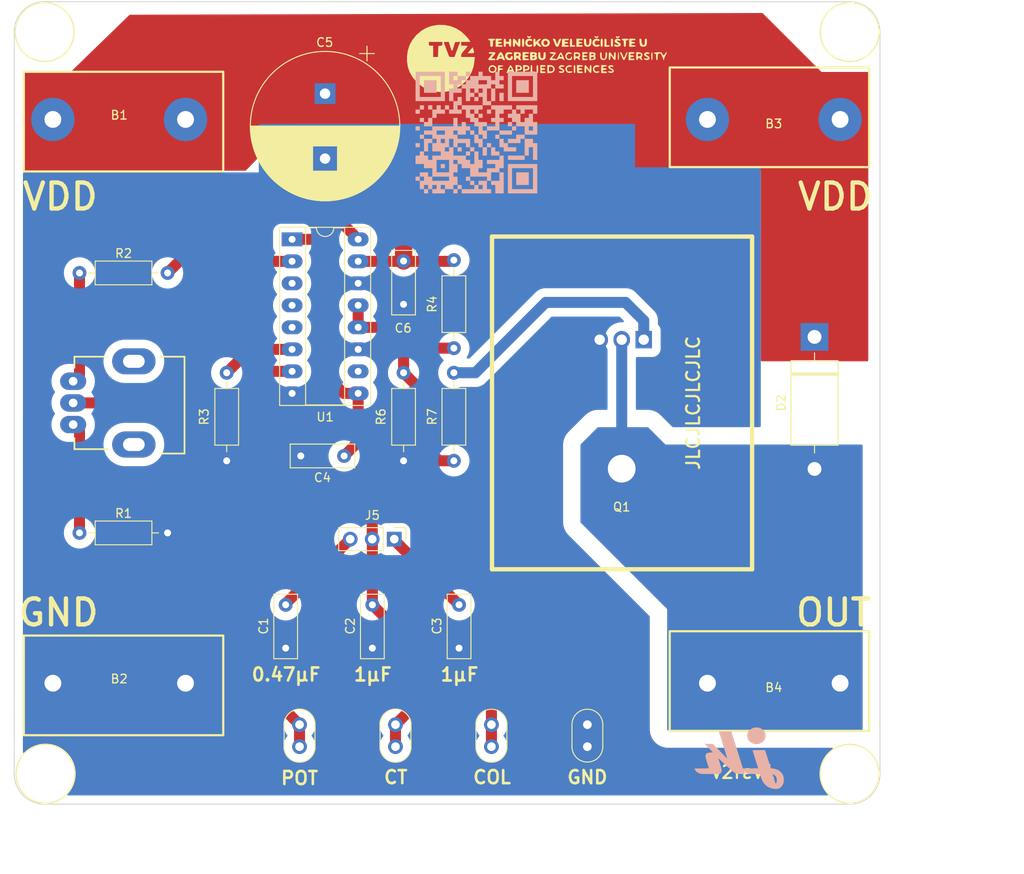
<source format=kicad_pcb>
(kicad_pcb (version 20211014) (generator pcbnew)
  (layers (0 "F.Cu" signal) (31 "B.Cu" signal) (34 "B.Paste" user) (35 "F.Paste" user) (36 "B.SilkS" user "B.Silkscreen") (37 "F.SilkS" user "F.Silkscreen") (38 "B.Mask" user) (39 "F.Mask" user) (44 "Edge.Cuts" user))
  (net 0 "")
  (net 1 "Net-(C1-Pad1)")
  (net 2 "GND")
  (net 3 "Net-(C3-Pad1)")
  (net 4 "Net-(C4-Pad1)")
  (net 5 "VDD")
  (net 6 "Net-(D2-Pad2)")
  (net 7 "/CT")
  (net 8 "Net-(R1-Pad1)")
  (net 9 "Net-(R2-Pad2)")
  (net 10 "Net-(R3-Pad1)")
  (net 15 "Net-(Q1-Pad1)")
  (net 16 "/+5V_REF")
  (net 17 "/POT")
  (net 18 "/COL")
  (footprint "Resistor_THT:R_Axial_DIN0207_L6.3mm_D2.5mm_P10.16mm_Horizontal" (layer "F.Cu") (at 139.6 98.92 -90)
    (fp_text reference "R7" (at 5.08 2.5 90) (layer "F.SilkS"))
    (fp_text value "330")
    (pad "1" thru_hole circle locked (at 0 0 270) (size 1.6 1.6) (drill 0.8) (layers *.Cu *.Mask) (net 15 "Net-(Q1-Pad1)"))
    (pad "2" thru_hole oval locked (at 10.16 0 270) (size 1.6 1.6) (drill 0.8) (layers *.Cu *.Mask) (net 18 "/COL"))
  )
  (footprint "footprint:MountingHole_3.2mm_M3" (layer "F.Cu") (at 92.399633 59.546833)
    (fp_text reference "H4" hide)
    (fp_text value "MountingHole")
    (pad "" np_thru_hole circle (at 0 0) (size 3.2 3.2) (drill 3.2) (layers *.Cu *.Mask))
  )
  (footprint "Capacitor_THT:C_Rect_L7.2mm_W2.5mm_P5.00mm_FKS2_FKP2_MKS2_MKP2" (layer "F.Cu") (at 126.943 108.52 180)
    (fp_text reference "C4" (at 2.5 -2.5 180) (layer "F.SilkS"))
    (fp_text value "220n")
    (pad "1" thru_hole circle locked (at 0 0 180) (size 1.6 1.6) (drill 0.8) (layers *.Cu *.Mask) (net 4 "Net-(C4-Pad1)"))
    (pad "2" thru_hole circle locked (at 5 0 180) (size 1.6 1.6) (drill 0.8) (layers *.Cu *.Mask) (net 2 "GND"))
  )
  (footprint "footprint:DELTRON 4mm banana socket - black" (layer "F.Cu") (at 101 134.75)
    (fp_text reference "B2" (at 0 -0.5 unlocked) (layer "F.SilkS"))
    (fp_text value "Screw_Terminal_01x01")
    (pad "1" thru_hole circle (at -7.65 0) (size 5 5) (drill 1.94) (layers *.Cu *.Mask) (net 2 "GND"))
    (pad "1" thru_hole circle (at 7.65 0) (size 5 5) (drill 1.94) (layers *.Cu *.Mask) (net 2 "GND"))
  )
  (footprint "Capacitor_THT:C_Rect_L7.2mm_W2.5mm_P5.00mm_FKS2_FKP2_MKS2_MKP2" (layer "F.Cu") (at 120.2 125.7 -90)
    (fp_text reference "C1" (at 2.45 2.55 -90) (layer "F.SilkS"))
    (fp_text value "470n")
    (pad "1" thru_hole circle locked (at 0 0 270) (size 1.6 1.6) (drill 0.8) (layers *.Cu *.Mask) (net 1 "Net-(C1-Pad1)"))
    (pad "2" thru_hole circle locked (at 5 0 270) (size 1.6 1.6) (drill 0.8) (layers *.Cu *.Mask) (net 2 "GND"))
  )
  (footprint "footprint:DELTRON 4mm banana socket - black" (layer "F.Cu") (at 176.5 134.75 180)
    (fp_text reference "B4" (at 0 -0.5 unlocked) (layer "F.SilkS"))
    (fp_text value "Screw_Terminal_01x01")
    (pad "1" thru_hole circle (at 7.65 0 180) (size 5 5) (drill 1.94) (layers *.Cu *.Mask) (net 6 "Net-(D2-Pad2)"))
    (pad "1" thru_hole circle (at -7.65 0 180) (size 5 5) (drill 1.94) (layers *.Cu *.Mask) (net 6 "Net-(D2-Pad2)"))
  )
  (footprint "footprint:MountingHole_3.2mm_M3" (layer "F.Cu") (at 92.453351 145.2)
    (fp_text reference "H3" hide)
    (fp_text value "MountingHole")
    (pad "" np_thru_hole circle (at 0 0) (size 3.2 3.2) (drill 3.2) (layers *.Cu *.Mask))
  )
  (footprint "footprint:DELTRON 4mm banana socket - red" (layer "F.Cu") (at 176.5 69.684785 180)
    (fp_text reference "B3" (at 0 -0.5 unlocked) (layer "F.SilkS"))
    (fp_text value "Screw_Terminal_01x01")
    (pad "1" thru_hole circle (at 7.65 0 180) (size 5 5) (drill 1.94) (layers *.Cu *.Mask) (net 5 "VDD"))
    (pad "1" thru_hole circle (at -7.65 0 180) (size 5 5) (drill 1.94) (layers *.Cu *.Mask) (net 5 "VDD"))
  )
  (footprint "footprint:PTV09A-4225F-B502" (layer "F.Cu") (at 102.6895 102.4 -90)
    (fp_text reference "RV1" hide)
    (fp_text value "10k")
    (pad "" thru_hole oval (at -4.8 0 270) (size 3 5) (drill oval 1.5 2.5) (layers *.Cu *.Mask))
    (pad "" thru_hole oval (at 4.8 0 270) (size 3 5) (drill oval 1.5 2.5) (layers *.Cu *.Mask))
    (pad "1" thru_hole oval (at -2.5 7 270) (size 2 3) (drill 1) (layers *.Cu *.Mask) (net 9 "Net-(R2-Pad2)"))
    (pad "2" thru_hole oval (at 0 7 270) (size 2 3) (drill 1) (layers *.Cu *.Mask) (net 17 "/POT"))
    (pad "3" thru_hole oval (at 2.5 7 270) (size 2 3) (drill 1) (layers *.Cu *.Mask) (net 8 "Net-(R1-Pad1)"))
  )
  (footprint "Resistor_THT:R_Axial_DIN0207_L6.3mm_D2.5mm_P10.16mm_Horizontal" (layer "F.Cu") (at 139.6 85.92 -90)
    (fp_text reference "R4" (at 5.08 2.5 90) (layer "F.SilkS"))
    (fp_text value "4k7")
    (pad "1" thru_hole circle locked (at 0 0 270) (size 1.6 1.6) (drill 0.8) (layers *.Cu *.Mask) (net 5 "VDD"))
    (pad "2" thru_hole oval locked (at 10.16 0 270) (size 1.6 1.6) (drill 0.8) (layers *.Cu *.Mask) (net 18 "/COL"))
  )
  (footprint "footprint:MountingHole_3.2mm_M3" (layer "F.Cu") (at 185.249266 59.6)
    (fp_text reference "H2" hide)
    (fp_text value "MountingHole")
    (pad "" np_thru_hole circle (at 0 0) (size 3.2 3.2) (drill 3.2) (layers *.Cu *.Mask))
  )
  (footprint "footprint:oscil" (layer "F.Cu") (at 143.933332 139.53)
    (fp_text reference "J3" hide)
    (fp_text value "Conn_01x01_Male")
    (pad "1" thru_hole circle (at 0 0) (size 1.7 1.7) (drill 1) (layers *.Cu *.Mask) (net 18 "/COL"))
    (pad "1" thru_hole oval (at 0 2.54) (size 1.7 1.7) (drill 1) (layers *.Cu *.Mask) (net 18 "/COL"))
  )
  (footprint "Resistor_THT:R_Axial_DIN0207_L6.3mm_D2.5mm_P10.16mm_Horizontal" (layer "F.Cu") (at 106.58 87.4 180)
    (fp_text reference "R2" (at 5.08 2.25) (layer "F.SilkS"))
    (fp_text value "2k7")
    (pad "1" thru_hole circle locked (at 0 0 180) (size 1.6 1.6) (drill 0.8) (layers *.Cu *.Mask) (net 16 "/+5V_REF"))
    (pad "2" thru_hole oval locked (at 10.16 0 180) (size 1.6 1.6) (drill 0.8) (layers *.Cu *.Mask) (net 9 "Net-(R2-Pad2)"))
  )
  (footprint "Capacitor_THT:C_Rect_L7.2mm_W2.5mm_P5.00mm_FKS2_FKP2_MKS2_MKP2" (layer "F.Cu") (at 133.8 86.02 -90)
    (fp_text reference "C6" (at 7.75 0.05 180) (layer "F.SilkS"))
    (fp_text value "100n")
    (pad "1" thru_hole circle locked (at 0 0 270) (size 1.6 1.6) (drill 0.8) (layers *.Cu *.Mask) (net 5 "VDD"))
    (pad "2" thru_hole circle locked (at 5 0 270) (size 1.6 1.6) (drill 0.8) (layers *.Cu *.Mask) (net 2 "GND"))
  )
  (footprint "Resistor_THT:R_Axial_DIN0207_L6.3mm_D2.5mm_P10.16mm_Horizontal" (layer "F.Cu") (at 113.4 98.92 -90)
    (fp_text reference "R3" (at 5.08 2.6 90) (layer "F.SilkS"))
    (fp_text value "10k")
    (pad "1" thru_hole circle locked (at 0 0 270) (size 1.6 1.6) (drill 0.8) (layers *.Cu *.Mask) (net 10 "Net-(R3-Pad1)"))
    (pad "2" thru_hole oval locked (at 10.16 0 270) (size 1.6 1.6) (drill 0.8) (layers *.Cu *.Mask) (net 2 "GND"))
  )
  (footprint "Diode_THT:D_DO-201AD_P15.24mm_Horizontal" (layer "F.Cu") (at 181.2 94.78 -90)
    (fp_text reference "D2" (at 7.62 3.845 90) (layer "F.SilkS"))
    (fp_text value "1N5408")
    (pad "1" thru_hole rect locked (at 0 0 270) (size 3.2 3.2) (drill 1.6) (layers *.Cu *.Mask) (net 5 "VDD"))
    (pad "2" thru_hole oval locked (at 15.24 0 270) (size 3.2 3.2) (drill 1.6) (layers *.Cu *.Mask) (net 6 "Net-(D2-Pad2)"))
  )
  (footprint "footprint:oscil" (layer "F.Cu") (at 155 139.53)
    (fp_text reference "J4" hide)
    (fp_text value "Conn_01x01_Male")
    (pad "1" thru_hole oval (at 0 2.54) (size 1.7 1.7) (drill 1) (layers *.Cu *.Mask) (net 2 "GND"))
    (pad "1" thru_hole circle (at 0 0) (size 1.7 1.7) (drill 1) (layers *.Cu *.Mask) (net 2 "GND"))
  )
  (footprint "Resistor_THT:R_Axial_DIN0207_L6.3mm_D2.5mm_P10.16mm_Horizontal" (layer "F.Cu") (at 133.8 98.92 -90)
    (fp_text reference "R6" (at 5.08 2.6 90) (layer "F.SilkS"))
    (fp_text value "10k")
    (pad "1" thru_hole circle locked (at 0 0 270) (size 1.6 1.6) (drill 0.8) (layers *.Cu *.Mask) (net 18 "/COL"))
    (pad "2" thru_hole oval locked (at 10.16 0 270) (size 1.6 1.6) (drill 0.8) (layers *.Cu *.Mask) (net 2 "GND"))
  )
  (footprint "footprint:oscil" (layer "F.Cu") (at 121.8 139.53)
    (fp_text reference "J1" hide)
    (fp_text value "Conn_01x01_Male")
    (pad "1" thru_hole circle (at 0 0) (size 1.7 1.7) (drill 1) (layers *.Cu *.Mask) (net 17 "/POT"))
    (pad "1" thru_hole oval (at 0 2.54) (size 1.7 1.7) (drill 1) (layers *.Cu *.Mask) (net 17 "/POT"))
  )
  (footprint "footprint:TO-220F-3_Horizontal_TabDown" (layer "F.Cu") (at 161.5 95.1 180)
    (fp_text reference "Q1" (at 2.54 -19.31) (layer "F.SilkS"))
    (fp_text value "IRLZ44N")
    (pad "1" thru_hole rect (at 0 0 180) (size 1.905 2) (drill 1.2) (layers *.Cu *.Mask) (net 15 "Net-(Q1-Pad1)"))
    (pad "2" thru_hole oval (at 2.54 0 180) (size 1.905 2) (drill 1.2) (layers *.Cu *.Mask) (net 6 "Net-(D2-Pad2)"))
    (pad "2" thru_hole circle (at 2.54 -14.89 180) (size 7 7) (drill 3.2) (layers *.Cu *.Mask) (net 6 "Net-(D2-Pad2)"))
    (pad "3" thru_hole oval (at 5.08 0 180) (size 1.905 2) (drill 1.2) (layers *.Cu *.Mask) (net 2 "GND"))
  )
  (footprint "footprint:DELTRON 4mm banana socket - red" (layer "F.Cu") (at 101 69.684785)
    (fp_text reference "B1" (at 0 -0.5 unlocked) (layer "F.SilkS"))
    (fp_text value "Screw_Terminal_01x01")
    (pad "1" thru_hole circle (at -7.65 0) (size 5 5) (drill 1.94) (layers *.Cu *.Mask) (net 5 "VDD"))
    (pad "1" thru_hole circle (at 7.65 0) (size 5 5) (drill 1.94) (layers *.Cu *.Mask) (net 5 "VDD"))
  )
  (footprint "Resistor_THT:R_Axial_DIN0207_L6.3mm_D2.5mm_P10.16mm_Horizontal" (layer "F.Cu") (at 96.42 117.4)
    (fp_text reference "R1" (at 5.08 -2.25) (layer "F.SilkS"))
    (fp_text value "2k7")
    (pad "1" thru_hole circle locked (at 0 0) (size 1.6 1.6) (drill 0.8) (layers *.Cu *.Mask) (net 8 "Net-(R1-Pad1)"))
    (pad "2" thru_hole oval locked (at 10.16 0) (size 1.6 1.6) (drill 0.8) (layers *.Cu *.Mask) (net 2 "GND"))
  )
  (footprint "Capacitor_THT:CP_Radial_D17.0mm_P7.50mm" (layer "F.Cu") (at 124.743 66.704733 -90)
    (fp_text reference "C5" (at -5.904733 0.043) (layer "F.SilkS"))
    (fp_text value "1000u")
    (pad "1" thru_hole rect locked (at 0 0 270) (size 2.4 2.4) (drill 1.2) (layers *.Cu *.Mask) (net 5 "VDD"))
    (pad "2" thru_hole circle locked (at 7.5 0 270) (size 2.4 2.4) (drill 1.2) (layers *.Cu *.Mask) (net 2 "GND"))
  )
  (footprint "Capacitor_THT:C_Rect_L7.2mm_W2.5mm_P5.00mm_FKS2_FKP2_MKS2_MKP2" (layer "F.Cu") (at 130.2 125.7 -90)
    (fp_text reference "C2" (at 2.45 2.55 -90) (layer "F.SilkS"))
    (fp_text value "1u")
    (pad "1" thru_hole circle locked (at 0 0 270) (size 1.6 1.6) (drill 0.8) (layers *.Cu *.Mask) (net 7 "/CT"))
    (pad "2" thru_hole circle locked (at 5 0 270) (size 1.6 1.6) (drill 0.8) (layers *.Cu *.Mask) (net 2 "GND"))
  )
  (footprint "footprint:oscil" (layer "F.Cu") (at 132.866666 139.53)
    (fp_text reference "J2" hide)
    (fp_text value "Conn_01x01_Male")
    (pad "1" thru_hole circle (at 0 0) (size 1.7 1.7) (drill 1) (layers *.Cu *.Mask) (net 7 "/CT"))
    (pad "1" thru_hole oval (at 0 2.54) (size 1.7 1.7) (drill 1) (layers *.Cu *.Mask) (net 7 "/CT"))
  )
  (footprint "Capacitor_THT:C_Rect_L7.2mm_W2.5mm_P5.00mm_FKS2_FKP2_MKS2_MKP2" (layer "F.Cu") (at 140.2 125.7 -90)
    (fp_text reference "C3" (at 2.45 2.55 90) (layer "F.SilkS"))
    (fp_text value "1u")
    (pad "1" thru_hole circle locked (at 0 0 270) (size 1.6 1.6) (drill 0.8) (layers *.Cu *.Mask) (net 3 "Net-(C3-Pad1)"))
    (pad "2" thru_hole circle locked (at 5 0 270) (size 1.6 1.6) (drill 0.8) (layers *.Cu *.Mask) (net 2 "GND"))
  )
  (footprint "Connector_PinHeader_2.54mm:PinHeader_1x03_P2.54mm_Vertical" (layer "F.Cu") (at 132.725 118.12 -90)
    (fp_text reference "J5" (at -2.75 2.525 180) (layer "F.SilkS"))
    (fp_text value "Conn_01x03_Male")
    (pad "1" thru_hole rect locked (at 0 0 270) (size 1.7 1.7) (drill 1) (layers *.Cu *.Mask) (net 3 "Net-(C3-Pad1)"))
    (pad "2" thru_hole oval locked (at 0 2.54 270) (size 1.7 1.7) (drill 1) (layers *.Cu *.Mask) (net 7 "/CT"))
    (pad "3" thru_hole oval locked (at 0 5.08 270) (size 1.7 1.7) (drill 1) (layers *.Cu *.Mask) (net 1 "Net-(C1-Pad1)"))
  )
  (footprint "Package_DIP:DIP-16_W7.62mm_Socket_LongPads" (layer "F.Cu") (at 120.943 83.52)
    (fp_text reference "U1" (at 3.81 20.5) (layer "F.SilkS"))
    (fp_text value "SG3524")
    (pad "1" thru_hole rect locked (at 0 0) (size 2.4 1.6) (drill 0.8) (layers *.Cu *.Mask) (net 4 "Net-(C4-Pad1)"))
    (pad "2" thru_hole oval locked (at 0 2.54) (size 2.4 1.6) (drill 0.8) (layers *.Cu *.Mask) (net 17 "/POT"))
    (pad "3" thru_hole oval locked (at 0 5.08) (size 2.4 1.6) (drill 0.8) (layers *.Cu *.Mask))
    (pad "4" thru_hole oval locked (at 0 7.62) (size 2.4 1.6) (drill 0.8) (layers *.Cu *.Mask))
    (pad "5" thru_hole oval locked (at 0 10.16) (size 2.4 1.6) (drill 0.8) (layers *.Cu *.Mask))
    (pad "6" thru_hole oval locked (at 0 12.7) (size 2.4 1.6) (drill 0.8) (layers *.Cu *.Mask) (net 10 "Net-(R3-Pad1)"))
    (pad "7" thru_hole oval locked (at 0 15.24) (size 2.4 1.6) (drill 0.8) (layers *.Cu *.Mask) (net 7 "/CT"))
    (pad "8" thru_hole oval locked (at 0 17.78) (size 2.4 1.6) (drill 0.8) (layers *.Cu *.Mask) (net 2 "GND"))
    (pad "9" thru_hole oval locked (at 7.62 17.78) (size 2.4 1.6) (drill 0.8) (layers *.Cu *.Mask) (net 4 "Net-(C4-Pad1)"))
    (pad "10" thru_hole oval locked (at 7.62 15.24) (size 2.4 1.6) (drill 0.8) (layers *.Cu *.Mask))
    (pad "11" thru_hole oval locked (at 7.62 12.7) (size 2.4 1.6) (drill 0.8) (layers *.Cu *.Mask) (net 2 "GND"))
    (pad "12" thru_hole oval locked (at 7.62 10.16) (size 2.4 1.6) (drill 0.8) (layers *.Cu *.Mask) (net 18 "/COL"))
    (pad "13" thru_hole oval locked (at 7.62 7.62) (size 2.4 1.6) (drill 0.8) (layers *.Cu *.Mask) (net 18 "/COL"))
    (pad "14" thru_hole oval locked (at 7.62 5.08) (size 2.4 1.6) (drill 0.8) (layers *.Cu *.Mask) (net 2 "GND"))
    (pad "15" thru_hole oval locked (at 7.62 2.54) (size 2.4 1.6) (drill 0.8) (layers *.Cu *.Mask) (net 5 "VDD"))
    (pad "16" thru_hole oval locked (at 7.62 0) (size 2.4 1.6) (drill 0.8) (layers *.Cu *.Mask) (net 16 "/+5V_REF"))
  )
  (footprint "footprint:tvz2" (layer "F.Cu") (at 149.2 62.6)
    (fp_text reference "G***" hide)
    (fp_text value "LOGO" hide)
  )
  (footprint "footprint:MountingHole_3.2mm_M3" (layer "F.Cu") (at 185.249817 145.2)
    (fp_text reference "H1" hide)
    (fp_text value "MountingHole")
    (pad "" np_thru_hole circle (at 0 0) (size 3.2 3.2) (drill 3.2) (layers *.Cu *.Mask))
  )
  (footprint "footprint:logo" (layer "B.Cu") (at 172.4 143.2 180)
    (fp_text reference "G***" hide)
    (fp_text value "LOGO" hide)
  )
  (footprint "footprint:qr" (layer "B.Cu") (at 142.2 71.2 180)
    (fp_text reference "G***" hide)
    (fp_text value "LOGO" hide)
  )
  (gr_circle (center 92.499817 145.2) (end 93.499817 141.95) (layer "F.SilkS") (width 0.15) (fill none))
  (gr_circle (center 185.249266 59.6) (end 187.249266 56.85) (layer "F.SilkS") (width 0.15) (fill none))
  (gr_circle (center 185.249817 145.2) (end 186.249817 141.95) (layer "F.SilkS") (width 0.15) (fill none))
  (gr_circle (center 92.399633 59.6) (end 93.399633 56.35) (layer "F.SilkS") (width 0.15) (fill none))
  (gr_line (start 92.399633 56.091083) (end 185.249266 56.1) (layer "Edge.Cuts") (width 0.1))
  (gr_arc (start 185.249266 56.1) (mid 187.72414 57.125126) (end 188.749266 59.6) (layer "Edge.Cuts") (width 0.1))
  (gr_arc (start 88.899633 59.85) (mid 89.831586 57.208842) (end 92.399633 56.091083) (layer "Edge.Cuts") (width 0.1))
  (gr_line (start 88.891267 145.2) (end 88.899633 59.85) (layer "Edge.Cuts") (width 0.1))
  (gr_arc (start 92.150184 148.7) (mid 89.832137 147.591158) (end 88.891267 145.2) (layer "Edge.Cuts") (width 0.1))
  (gr_arc (start 188.749817 145.2) (mid 187.724691 147.674874) (end 185.249817 148.7) (layer "Edge.Cuts") (width 0.1))
  (gr_line (start 188.749817 145.2) (end 188.749266 59.6) (layer "Edge.Cuts") (width 0.1))
  (gr_line (start 185.249817 148.7) (end 92.150184 148.7) (layer "Edge.Cuts") (width 0.1))
  (gr_text "v2rev1" (at 173 145) (layer "F.SilkS") (effects (font (size 1.5 1.5) (thickness 0.254))))
  (gr_text "VDD" (at 94.2 78.6) (layer "F.SilkS") (effects (font (size 3 3) (thickness 0.5))))
  (gr_text "VDD" (at 183.6 78.6) (layer "F.SilkS") (effects (font (size 3 3) (thickness 0.5))))
  (gr_text "JLCJLCJLCJLC" (at 167.2 102.400001 90) (layer "F.SilkS") (effects (font (size 1.5 1.5) (thickness 0.254))))
  (gr_text "GND" (at 94 126.6) (layer "F.SilkS") (effects (font (size 3 3) (thickness 0.5))))
  (gr_text "POT" (at 121.8 145.7) (layer "F.SilkS") (effects (font (size 1.5 1.5) (thickness 0.3))))
  (gr_text "0.47μF" (at 120.25 133.75) (layer "F.SilkS") (effects (font (size 1.5 1.5) (thickness 0.3))))
  (gr_text "CT" (at 132.9 145.6) (layer "F.SilkS") (effects (font (size 1.5 1.5) (thickness 0.3))))
  (gr_text "COL" (at 144 145.6) (layer "F.SilkS") (effects (font (size 1.5 1.5) (thickness 0.3))))
  (gr_text "1μF" (at 130.25 133.75) (layer "F.SilkS") (effects (font (size 1.5 1.5) (thickness 0.3))))
  (gr_text "GND" (at 155 145.6) (layer "F.SilkS") (effects (font (size 1.5 1.5) (thickness 0.3))))
  (gr_text "OUT" (at 183.4 126.6) (layer "F.SilkS") (effects (font (size 3 3) (thickness 0.5))))
  (gr_text "1μF" (at 140.25 133.75) (layer "F.SilkS") (effects (font (size 1.5 1.5) (thickness 0.3))))
  (segment (start 120.2 125.565) (end 127.645 118.12) (width 1.27) (layer "F.Cu") (net 1))
  (segment (start 120.2 125.7) (end 120.2 125.565) (width 1.27) (layer "F.Cu") (net 1))
  (segment (start 132.725 118.225) (end 140.2 125.7) (width 1.27) (layer "F.Cu") (net 3))
  (segment (start 132.725 118.12) (end 132.725 118.225) (width 1.27) (layer "F.Cu") (net 3))
  (segment (start 126.9 101.3) (end 128.563 101.3) (width 1.27) (layer "F.Cu") (net 4))
  (segment (start 128.563 101.3) (end 128.563 106.9) (width 1.27) (layer "F.Cu") (net 4))
  (segment (start 124.8 99.2) (end 126.9 101.3) (width 1.27) (layer "F.Cu") (net 4))
  (segment (start 120.943 83.52) (end 123.52 83.52) (width 1.27) (layer "F.Cu") (net 4))
  (segment (start 128.563 106.9) (end 126.943 108.52) (width 1.27) (layer "F.Cu") (net 4))
  (segment (start 123.52 83.52) (end 124.8 84.8) (width 1.27) (layer "F.Cu") (net 4))
  (segment (start 124.8 84.8) (end 124.8 99.2) (width 1.27) (layer "F.Cu") (net 4))
  (segment (start 139.46 86.06) (end 139.6 85.92) (width 1.27) (layer "F.Cu") (net 5))
  (segment (start 128.563 86.06) (end 139.46 86.06) (width 1.27) (layer "F.Cu") (net 5))
  (segment (start 129.104733 66.704733) (end 124.743 66.704733) (width 2) (layer "F.Cu") (net 5))
  (segment (start 133.8 71.4) (end 129.104733 66.704733) (width 2) (layer "F.Cu") (net 5))
  (segment (start 133.8 86.02) (end 133.8 71.4) (width 2) (layer "F.Cu") (net 5))
  (segment (start 158.96 95.1) (end 158.96 109.99) (width 1.27) (layer "B.Cu") (net 6))
  (segment (start 130.2 125.7) (end 130.2 118.135) (width 1.27) (layer "F.Cu") (net 7))
  (segment (start 120.943 98.76) (end 118.64 98.76) (width 1.27) (layer "F.Cu") (net 7))
  (segment (start 135.3 137.096666) (end 132.866666 139.53) (width 1.27) (layer "F.Cu") (net 7))
  (segment (start 135.3 130.8) (end 135.3 137.096666) (width 1.27) (layer "F.Cu") (net 7))
  (segment (start 118.64 98.76) (end 117.2 100.2) (width 1.27) (layer "F.Cu") (net 7))
  (segment (start 130.185 115.585) (end 130.185 118.12) (width 1.27) (layer "F.Cu") (net 7))
  (segment (start 117.2 110.6) (end 120 113.4) (width 1.27) (layer "F.Cu") (net 7))
  (segment (start 132.866666 142.07) (end 132.866666 139.53) (width 1.27) (layer "F.Cu") (net 7))
  (segment (start 130.2 125.7) (end 135.3 130.8) (width 1.27) (layer "F.Cu") (net 7))
  (segment (start 120 113.4) (end 128 113.4) (width 1.27) (layer "F.Cu") (net 7))
  (segment (start 130.2 118.135) (end 130.185 118.12) (width 1.27) (layer "F.Cu") (net 7))
  (segment (start 128 113.4) (end 130.185 115.585) (width 1.27) (layer "F.Cu") (net 7))
  (segment (start 117.2 100.2) (end 117.2 110.6) (width 1.27) (layer "F.Cu") (net 7))
  (segment (start 96.42 105.6305) (end 95.6895 104.9) (width 1.27) (layer "F.Cu") (net 8))
  (segment (start 96.42 117.4) (end 96.42 105.6305) (width 1.27) (layer "F.Cu") (net 8))
  (segment (start 96.42 87.4) (end 96.42 99.1695) (width 1.27) (layer "F.Cu") (net 9))
  (segment (start 96.42 99.1695) (end 95.6895 99.9) (width 1.27) (layer "F.Cu") (net 9))
  (segment (start 113.4 98.92) (end 116.1 96.22) (width 1.27) (layer "F.Cu") (net 10))
  (segment (start 116.1 96.22) (end 120.943 96.22) (width 1.27) (layer "F.Cu") (net 10))
  (segment (start 141.48 98.92) (end 141.58 98.92) (width 1.27) (layer "B.Cu") (net 15))
  (segment (start 161.5 95.1) (end 161.5 92.9) (width 1.27) (layer "B.Cu") (net 15))
  (segment (start 141.38 98.92) (end 141.48 98.92) (width 1.27) (layer "B.Cu") (net 15))
  (segment (start 150.2 90.8) (end 142.08 98.92) (width 1.27) (layer "B.Cu") (net 15))
  (segment (start 142.08 98.92) (end 139.6 98.92) (width 1.27) (layer "B.Cu") (net 15))
  (segment (start 159.4 90.8) (end 150.2 90.8) (width 1.27) (layer "B.Cu") (net 15))
  (segment (start 139.6 98.92) (end 141.38 98.92) (width 1.27) (layer "B.Cu") (net 15))
  (segment (start 161.5 92.9) (end 159.4 90.8) (width 1.27) (layer "B.Cu") (net 15))
  (segment (start 113.98 80) (end 125.043 80) (width 1.27) (layer "F.Cu") (net 16))
  (segment (start 125.043 80) (end 128.563 83.52) (width 1.27) (layer "F.Cu") (net 16))
  (segment (start 106.58 87.4) (end 113.98 80) (width 1.27) (layer "F.Cu") (net 16))
  (segment (start 120.943 86.06) (end 115.64 86.06) (width 1.27) (layer "F.Cu") (net 17))
  (segment (start 108.3 102.4) (end 108.6 102.1) (width 1.27) (layer "F.Cu") (net 17))
  (segment (start 115.64 86.06) (end 108.6 93.1) (width 1.27) (layer "F.Cu") (net 17))
  (segment (start 115.5 133.23) (end 121.8 139.53) (width 1.27) (layer "F.Cu") (net 17))
  (segment (start 108.6 100.7) (end 106.9 102.4) (width 1.27) (layer "F.Cu") (net 17))
  (segment (start 115.5 119) (end 115.5 133.23) (width 1.27) (layer "F.Cu") (net 17))
  (segment (start 106.9 102.4) (end 106.8 102.4) (width 1.27) (layer "F.Cu") (net 17))
  (segment (start 121.8 142.07) (end 121.8 139.53) (width 1.27) (layer "F.Cu") (net 17))
  (segment (start 106.8 102.4) (end 108.3 102.4) (width 1.27) (layer "F.Cu") (net 17))
  (segment (start 108.6 102.1) (end 108.6 104.1) (width 1.27) (layer "F.Cu") (net 17))
  (segment (start 108.6 104.1) (end 108.6 112.1) (width 1.27) (layer "F.Cu") (net 17))
  (segment (start 108.6 93.1) (end 108.6 100.7) (width 1.27) (layer "F.Cu") (net 17))
  (segment (start 106.9 102.4) (end 108.6 104.1) (width 1.27) (layer "F.Cu") (net 17))
  (segment (start 95.6895 102.4) (end 106.8 102.4) (width 1.27) (layer "F.Cu") (net 17))
  (segment (start 108.6 112.1) (end 115.5 119) (width 1.27) (layer "F.Cu") (net 17))
  (segment (start 108.6 100.7) (end 108.6 102.1) (width 1.27) (layer "F.Cu") (net 17))
  (segment (start 136.7 110.6) (end 136.7 109.1) (width 1.27) (layer "F.Cu") (net 18))
  (segment (start 136.72 109.08) (end 136.7 109.1) (width 1.27) (layer "F.Cu") (net 18))
  (segment (start 134.08 96.08) (end 133.8 95.8) (width 1.27) (layer "F.Cu") (net 18))
  (segment (start 139.6 109.08) (end 137.72 109.08) (width 1.27) (layer "F.Cu") (net 18))
  (segment (start 143.933332 142.07) (end 143.933332 122.666668) (width 1.27) (layer "F.Cu") (net 18))
  (segment (start 137.72 108.92) (end 136.7 107.9) (width 1.27) (layer "F.Cu") (net 18))
  (segment (start 136.7 110.1) (end 136.7 110.6) (width 1.27) (layer "F.Cu") (net 18))
  (segment (start 137.72 109.08) (end 136.72 109.08) (width 1.27) (layer "F.Cu") (net 18))
  (segment (start 136.7 101.82) (end 133.8 98.92) (width 1.27) (layer "F.Cu") (net 18))
  (segment (start 128.563 93.68) (end 131.68 93.68) (width 1.27) (layer "F.Cu") (net 18))
  (segment (start 133.8 95.8) (end 133.8 98.92) (width 1.27) (layer "F.Cu") (net 18))
  (segment (start 128.563 91.14) (end 128.563 93.68) (width 1.27) (layer "F.Cu") (net 18))
  (segment (start 131.68 93.68) (end 133.8 95.8) (width 1.27) (layer "F.Cu") (net 18))
  (segment (start 136.7 115.433336) (end 136.7 110.6) (width 1.27) (layer "F.Cu") (net 18))
  (segment (start 143.933332 122.666668) (end 136.7 115.433336) (width 1.27) (layer "F.Cu") (net 18))
  (segment (start 139.6 96.08) (end 134.08 96.08) (width 1.27) (layer "F.Cu") (net 18))
  (segment (start 136.7 107.9) (end 136.7 101.82) (width 1.27) (layer "F.Cu") (net 18))
  (segment (start 137.72 109.08) (end 136.7 110.1) (width 1.27) (layer "F.Cu") (net 18))
  (segment (start 137.72 109.08) (end 137.72 108.92) (width 1.27) (layer "F.Cu") (net 18))
  (segment (start 136.7 109.1) (end 136.7 107.9) (width 1.27) (layer "F.Cu") (net 18))
  (zone (net 5) (net_name "VDD") (layer "F.Cu") (connect_pads yes (clearance 0)) (min_thickness 0.254) (fill yes (thermal_gap 0.508) (thermal_bridge_width 0.508))
    (polygon (pts (xy 187.4 75.6) (xy 187.4 97.6) (xy 175 97.6) (xy 175 75.6) (xy 134.2 75.6) (xy 128.8 70.2) (xy 120.8 70.2) (xy 115.6 75.6) (xy 90 75.6) (xy 90 64.2) (xy 95.4 64.2) (xy 102.2 57.6) (xy 175.2 57.4) (xy 182 64.2) (xy 187.4 64.2)))
  )
  (zone (net 6) (net_name "Net-(D2-Pad2)") (layer "B.Cu") (priority 1) (connect_pads yes (clearance 2)) (min_thickness 0.254) (fill yes (thermal_gap 0.508) (thermal_bridge_width 0.508))
    (polygon (pts (xy 164 107.2) (xy 187.4 107.2) (xy 187.4 140.2) (xy 164.2 140.2) (xy 164.2 126.2) (xy 154.2 116.2) (xy 154.2 107.2) (xy 156.2 105.2) (xy 162 105.2)))
  )
  (zone (net 2) (net_name "GND") (layer "B.Cu") (connect_pads yes (clearance 1)) (min_thickness 0.254) (fill yes (thermal_gap 0.508) (thermal_bridge_width 0.508))
    (polygon (pts (xy 189 149.3) (xy 89 149.3) (xy 89 55.9) (xy 189 55.9)))
  )
  (zone (net 0) (net_name "") (layer "B.Cu") (connect_pads (clearance 0)) (min_thickness 0.254)
    (keepout (tracks not_allowed) (vias allowed) (pads allowed) (copperpour not_allowed) (footprints allowed))
    (fill (thermal_gap 0.508) (thermal_bridge_width 0.508))
    (polygon (pts (xy 188.654628 59.6) (xy 188.63471 59.232223) (xy 188.575189 58.868748) (xy 188.476761 58.513828) (xy 188.340577 58.171614) (xy 188.168231 57.846109) (xy 187.961739 57.541121) (xy 187.723516 57.260218) (xy 187.456349 57.006686) (xy 187.163363 56.783491) (xy 186.847987 56.593244) (xy 186.513908 56.43817) (xy 186.165035 56.320083) (xy 185.80545 56.240365) (xy 185.439358 56.199948) (xy 185.071043 56.199305) (xy 184.704813 56.238444) (xy 184.344951 56.316906) (xy 183.995669 56.433774) (xy 183.661051 56.587682) (xy 183.345012 56.776827) (xy 183.051249 56.998998) (xy 182.783199 57.251596) (xy 182.543997 57.531665) (xy 182.336441 57.835931) (xy 182.16296 58.160832) (xy 182.025583 58.502569) (xy 181.925916 58.857143) (xy 181.865126 59.220408) (xy 181.843925 59.588113) (xy 181.862559 59.955957) (xy 181.920811 60.319637) (xy 182.018 60.674899) (xy 182.152988 61.017587) (xy 182.324197 61.343691) (xy 182.529623 61.649398) (xy 182.766864 61.931131) (xy 183.033144 62.185594) (xy 183.325349 62.40981) (xy 183.64006 62.601157) (xy 183.973595 62.757397) (xy 184.322053 62.876701) (xy 184.681358 62.957673) (xy 185.047306 62.999368) (xy 185.415617 63.001296) (xy 185.781982 62.963436) (xy 186.142115 62.88623) (xy 186.491804 62.770582) (xy 186.826957 62.617844) (xy 187.143654 62.429803) (xy 187.438191 62.208659) (xy 187.707121 61.956998) (xy 187.947299 61.677765) (xy 188.155915 61.374226) (xy 188.33053 61.049933) (xy 188.469099 60.708677) (xy 188.570003 60.354453) (xy 188.63206 59.991403) (xy 188.654545 59.623774)))
  )
  (zone (net 0) (net_name "") (layer "B.Cu") (connect_pads (clearance 0)) (min_thickness 0.254)
    (keepout (tracks not_allowed) (vias allowed) (pads allowed) (copperpour not_allowed) (footprints allowed))
    (fill (thermal_gap 0.508) (thermal_bridge_width 0.508))
    (polygon (pts (xy 188.9 75.1) (xy 189 75.1) (xy 189 105.2) (xy 175 105.2) (xy 175 75.2) (xy 160.5 75.2) (xy 160.5 70.2) (xy 117.1 70.2) (xy 117.1 75.8) (xy 88.7 75.8) (xy 88.7 56.6) (xy 160.5 56.6) (xy 164.5 56) (xy 188.9 56)))
  )
  (zone (net 0) (net_name "") (layer "B.Cu") (connect_pads (clearance 0)) (min_thickness 0.254)
    (keepout (tracks not_allowed) (vias allowed) (pads allowed) (copperpour not_allowed) (footprints allowed))
    (fill (thermal_gap 0.508) (thermal_bridge_width 0.508))
    (polygon (pts (xy 188.655179 145.2) (xy 188.635261 144.832223) (xy 188.57574 144.468748) (xy 188.477312 144.113828) (xy 188.341128 143.771614) (xy 188.168782 143.446109) (xy 187.96229 143.141121) (xy 187.724067 142.860218) (xy 187.4569 142.606686) (xy 187.163914 142.383491) (xy 186.848538 142.193244) (xy 186.514459 142.03817) (xy 186.165586 141.920083) (xy 185.806001 141.840365) (xy 185.439909 141.799948) (xy 185.071594 141.799305) (xy 184.705364 141.838444) (xy 184.345502 141.916906) (xy 183.99622 142.033774) (xy 183.661602 142.187682) (xy 183.345563 142.376827) (xy 183.0518 142.598998) (xy 182.78375 142.851596) (xy 182.544548 143.131665) (xy 182.336992 143.435931) (xy 182.163511 143.760832) (xy 182.026134 144.102569) (xy 181.926467 144.457143) (xy 181.865677 144.820408) (xy 181.844476 145.188113) (xy 181.86311 145.555957) (xy 181.921362 145.919637) (xy 182.018551 146.274899) (xy 182.153539 146.617587) (xy 182.324748 146.943691) (xy 182.530174 147.249398) (xy 182.767415 147.531131) (xy 183.033695 147.785594) (xy 183.3259 148.00981) (xy 183.640611 148.201157) (xy 183.974146 148.357397) (xy 184.322604 148.476701) (xy 184.681909 148.557673) (xy 185.047857 148.599368) (xy 185.416168 148.601296) (xy 185.782533 148.563436) (xy 186.142666 148.48623) (xy 186.492355 148.370582) (xy 186.827508 148.217844) (xy 187.144205 148.029803) (xy 187.438742 147.808659) (xy 187.707672 147.556998) (xy 187.94785 147.277765) (xy 188.156466 146.974226) (xy 188.331081 146.649933) (xy 188.46965 146.308677) (xy 188.570554 145.954453) (xy 188.632611 145.591403) (xy 188.655096 145.223774)))
  )
  (zone (net 0) (net_name "") (layer "B.Cu") (connect_pads (clearance 0)) (min_thickness 0.254)
    (keepout (tracks not_allowed) (vias allowed) (pads allowed) (copperpour not_allowed) (footprints allowed))
    (fill (thermal_gap 0.508) (thermal_bridge_width 0.508))
    (polygon (pts (xy 95.905179 145.2) (xy 95.885261 144.832223) (xy 95.82574 144.468748) (xy 95.727312 144.113828) (xy 95.591128 143.771614) (xy 95.418782 143.446109) (xy 95.21229 143.141121) (xy 94.974067 142.860218) (xy 94.7069 142.606686) (xy 94.413914 142.383491) (xy 94.098538 142.193244) (xy 93.764459 142.03817) (xy 93.415586 141.920083) (xy 93.056001 141.840365) (xy 92.689909 141.799948) (xy 92.321594 141.799305) (xy 91.955364 141.838444) (xy 91.595502 141.916906) (xy 91.24622 142.033774) (xy 90.911602 142.187682) (xy 90.595563 142.376827) (xy 90.3018 142.598998) (xy 90.03375 142.851596) (xy 89.794548 143.131665) (xy 89.586992 143.435931) (xy 89.413511 143.760832) (xy 89.276134 144.102569) (xy 89.176467 144.457143) (xy 89.115677 144.820408) (xy 89.094476 145.188113) (xy 89.11311 145.555957) (xy 89.171362 145.919637) (xy 89.268551 146.274899) (xy 89.403539 146.617587) (xy 89.574748 146.943691) (xy 89.780174 147.249398) (xy 90.017415 147.531131) (xy 90.283695 147.785594) (xy 90.5759 148.00981) (xy 90.890611 148.201157) (xy 91.224146 148.357397) (xy 91.572604 148.476701) (xy 91.931909 148.557673) (xy 92.297857 148.599368) (xy 92.666168 148.601296) (xy 93.032533 148.563436) (xy 93.392666 148.48623) (xy 93.742355 148.370582) (xy 94.077508 148.217844) (xy 94.394205 148.029803) (xy 94.688742 147.808659) (xy 94.957672 147.556998) (xy 95.19785 147.277765) (xy 95.406466 146.974226) (xy 95.581081 146.649933) (xy 95.71965 146.308677) (xy 95.820554 145.954453) (xy 95.882611 145.591403) (xy 95.905096 145.223774)))
  )
)
</source>
